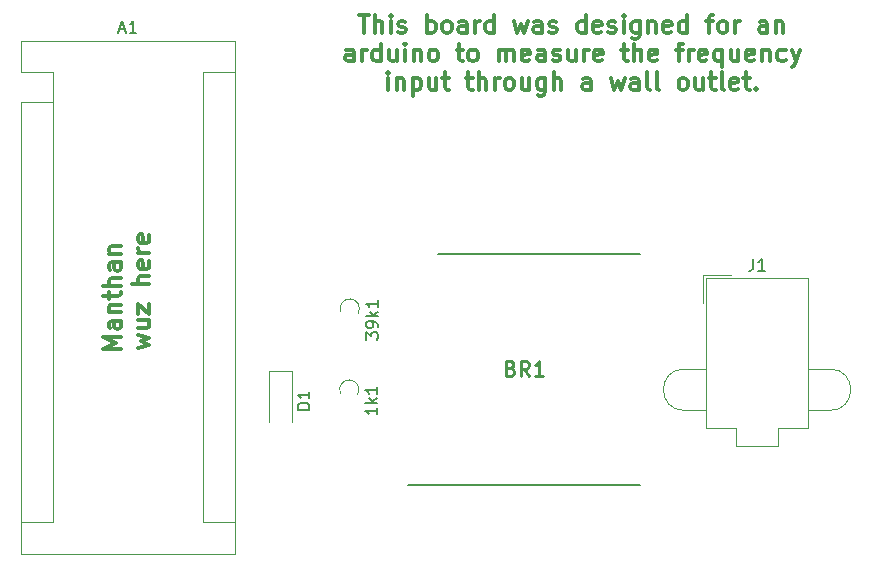
<source format=gbr>
%TF.GenerationSoftware,KiCad,Pcbnew,(6.0.0)*%
%TF.CreationDate,2022-07-31T16:11:20-05:00*%
%TF.ProjectId,FrequencySensor,46726571-7565-46e6-9379-53656e736f72,rev?*%
%TF.SameCoordinates,Original*%
%TF.FileFunction,Legend,Top*%
%TF.FilePolarity,Positive*%
%FSLAX46Y46*%
G04 Gerber Fmt 4.6, Leading zero omitted, Abs format (unit mm)*
G04 Created by KiCad (PCBNEW (6.0.0)) date 2022-07-31 16:11:20*
%MOMM*%
%LPD*%
G01*
G04 APERTURE LIST*
%ADD10C,0.300000*%
%ADD11C,0.150000*%
%ADD12C,0.254000*%
%ADD13C,0.120000*%
%ADD14C,0.200000*%
G04 APERTURE END LIST*
D10*
X133161071Y-89992857D02*
X131661071Y-89992857D01*
X132732500Y-89492857D01*
X131661071Y-88992857D01*
X133161071Y-88992857D01*
X133161071Y-87635714D02*
X132375357Y-87635714D01*
X132232500Y-87707142D01*
X132161071Y-87850000D01*
X132161071Y-88135714D01*
X132232500Y-88278571D01*
X133089642Y-87635714D02*
X133161071Y-87778571D01*
X133161071Y-88135714D01*
X133089642Y-88278571D01*
X132946785Y-88350000D01*
X132803928Y-88350000D01*
X132661071Y-88278571D01*
X132589642Y-88135714D01*
X132589642Y-87778571D01*
X132518214Y-87635714D01*
X132161071Y-86921428D02*
X133161071Y-86921428D01*
X132303928Y-86921428D02*
X132232500Y-86850000D01*
X132161071Y-86707142D01*
X132161071Y-86492857D01*
X132232500Y-86350000D01*
X132375357Y-86278571D01*
X133161071Y-86278571D01*
X132161071Y-85778571D02*
X132161071Y-85207142D01*
X131661071Y-85564285D02*
X132946785Y-85564285D01*
X133089642Y-85492857D01*
X133161071Y-85350000D01*
X133161071Y-85207142D01*
X133161071Y-84707142D02*
X131661071Y-84707142D01*
X133161071Y-84064285D02*
X132375357Y-84064285D01*
X132232500Y-84135714D01*
X132161071Y-84278571D01*
X132161071Y-84492857D01*
X132232500Y-84635714D01*
X132303928Y-84707142D01*
X133161071Y-82707142D02*
X132375357Y-82707142D01*
X132232500Y-82778571D01*
X132161071Y-82921428D01*
X132161071Y-83207142D01*
X132232500Y-83350000D01*
X133089642Y-82707142D02*
X133161071Y-82850000D01*
X133161071Y-83207142D01*
X133089642Y-83350000D01*
X132946785Y-83421428D01*
X132803928Y-83421428D01*
X132661071Y-83350000D01*
X132589642Y-83207142D01*
X132589642Y-82850000D01*
X132518214Y-82707142D01*
X132161071Y-81992857D02*
X133161071Y-81992857D01*
X132303928Y-81992857D02*
X132232500Y-81921428D01*
X132161071Y-81778571D01*
X132161071Y-81564285D01*
X132232500Y-81421428D01*
X132375357Y-81350000D01*
X133161071Y-81350000D01*
X134576071Y-89957142D02*
X135576071Y-89671428D01*
X134861785Y-89385714D01*
X135576071Y-89100000D01*
X134576071Y-88814285D01*
X134576071Y-87600000D02*
X135576071Y-87600000D01*
X134576071Y-88242857D02*
X135361785Y-88242857D01*
X135504642Y-88171428D01*
X135576071Y-88028571D01*
X135576071Y-87814285D01*
X135504642Y-87671428D01*
X135433214Y-87600000D01*
X134576071Y-87028571D02*
X134576071Y-86242857D01*
X135576071Y-87028571D01*
X135576071Y-86242857D01*
X135576071Y-84528571D02*
X134076071Y-84528571D01*
X135576071Y-83885714D02*
X134790357Y-83885714D01*
X134647500Y-83957142D01*
X134576071Y-84100000D01*
X134576071Y-84314285D01*
X134647500Y-84457142D01*
X134718928Y-84528571D01*
X135504642Y-82600000D02*
X135576071Y-82742857D01*
X135576071Y-83028571D01*
X135504642Y-83171428D01*
X135361785Y-83242857D01*
X134790357Y-83242857D01*
X134647500Y-83171428D01*
X134576071Y-83028571D01*
X134576071Y-82742857D01*
X134647500Y-82600000D01*
X134790357Y-82528571D01*
X134933214Y-82528571D01*
X135076071Y-83242857D01*
X135576071Y-81885714D02*
X134576071Y-81885714D01*
X134861785Y-81885714D02*
X134718928Y-81814285D01*
X134647500Y-81742857D01*
X134576071Y-81600000D01*
X134576071Y-81457142D01*
X135504642Y-80385714D02*
X135576071Y-80528571D01*
X135576071Y-80814285D01*
X135504642Y-80957142D01*
X135361785Y-81028571D01*
X134790357Y-81028571D01*
X134647500Y-80957142D01*
X134576071Y-80814285D01*
X134576071Y-80528571D01*
X134647500Y-80385714D01*
X134790357Y-80314285D01*
X134933214Y-80314285D01*
X135076071Y-81028571D01*
X153297142Y-61763571D02*
X154154285Y-61763571D01*
X153725714Y-63263571D02*
X153725714Y-61763571D01*
X154654285Y-63263571D02*
X154654285Y-61763571D01*
X155297142Y-63263571D02*
X155297142Y-62477857D01*
X155225714Y-62335000D01*
X155082857Y-62263571D01*
X154868571Y-62263571D01*
X154725714Y-62335000D01*
X154654285Y-62406428D01*
X156011428Y-63263571D02*
X156011428Y-62263571D01*
X156011428Y-61763571D02*
X155940000Y-61835000D01*
X156011428Y-61906428D01*
X156082857Y-61835000D01*
X156011428Y-61763571D01*
X156011428Y-61906428D01*
X156654285Y-63192142D02*
X156797142Y-63263571D01*
X157082857Y-63263571D01*
X157225714Y-63192142D01*
X157297142Y-63049285D01*
X157297142Y-62977857D01*
X157225714Y-62835000D01*
X157082857Y-62763571D01*
X156868571Y-62763571D01*
X156725714Y-62692142D01*
X156654285Y-62549285D01*
X156654285Y-62477857D01*
X156725714Y-62335000D01*
X156868571Y-62263571D01*
X157082857Y-62263571D01*
X157225714Y-62335000D01*
X159082857Y-63263571D02*
X159082857Y-61763571D01*
X159082857Y-62335000D02*
X159225714Y-62263571D01*
X159511428Y-62263571D01*
X159654285Y-62335000D01*
X159725714Y-62406428D01*
X159797142Y-62549285D01*
X159797142Y-62977857D01*
X159725714Y-63120714D01*
X159654285Y-63192142D01*
X159511428Y-63263571D01*
X159225714Y-63263571D01*
X159082857Y-63192142D01*
X160654285Y-63263571D02*
X160511428Y-63192142D01*
X160440000Y-63120714D01*
X160368571Y-62977857D01*
X160368571Y-62549285D01*
X160440000Y-62406428D01*
X160511428Y-62335000D01*
X160654285Y-62263571D01*
X160868571Y-62263571D01*
X161011428Y-62335000D01*
X161082857Y-62406428D01*
X161154285Y-62549285D01*
X161154285Y-62977857D01*
X161082857Y-63120714D01*
X161011428Y-63192142D01*
X160868571Y-63263571D01*
X160654285Y-63263571D01*
X162440000Y-63263571D02*
X162440000Y-62477857D01*
X162368571Y-62335000D01*
X162225714Y-62263571D01*
X161940000Y-62263571D01*
X161797142Y-62335000D01*
X162440000Y-63192142D02*
X162297142Y-63263571D01*
X161940000Y-63263571D01*
X161797142Y-63192142D01*
X161725714Y-63049285D01*
X161725714Y-62906428D01*
X161797142Y-62763571D01*
X161940000Y-62692142D01*
X162297142Y-62692142D01*
X162440000Y-62620714D01*
X163154285Y-63263571D02*
X163154285Y-62263571D01*
X163154285Y-62549285D02*
X163225714Y-62406428D01*
X163297142Y-62335000D01*
X163440000Y-62263571D01*
X163582857Y-62263571D01*
X164725714Y-63263571D02*
X164725714Y-61763571D01*
X164725714Y-63192142D02*
X164582857Y-63263571D01*
X164297142Y-63263571D01*
X164154285Y-63192142D01*
X164082857Y-63120714D01*
X164011428Y-62977857D01*
X164011428Y-62549285D01*
X164082857Y-62406428D01*
X164154285Y-62335000D01*
X164297142Y-62263571D01*
X164582857Y-62263571D01*
X164725714Y-62335000D01*
X166440000Y-62263571D02*
X166725714Y-63263571D01*
X167011428Y-62549285D01*
X167297142Y-63263571D01*
X167582857Y-62263571D01*
X168797142Y-63263571D02*
X168797142Y-62477857D01*
X168725714Y-62335000D01*
X168582857Y-62263571D01*
X168297142Y-62263571D01*
X168154285Y-62335000D01*
X168797142Y-63192142D02*
X168654285Y-63263571D01*
X168297142Y-63263571D01*
X168154285Y-63192142D01*
X168082857Y-63049285D01*
X168082857Y-62906428D01*
X168154285Y-62763571D01*
X168297142Y-62692142D01*
X168654285Y-62692142D01*
X168797142Y-62620714D01*
X169440000Y-63192142D02*
X169582857Y-63263571D01*
X169868571Y-63263571D01*
X170011428Y-63192142D01*
X170082857Y-63049285D01*
X170082857Y-62977857D01*
X170011428Y-62835000D01*
X169868571Y-62763571D01*
X169654285Y-62763571D01*
X169511428Y-62692142D01*
X169440000Y-62549285D01*
X169440000Y-62477857D01*
X169511428Y-62335000D01*
X169654285Y-62263571D01*
X169868571Y-62263571D01*
X170011428Y-62335000D01*
X172511428Y-63263571D02*
X172511428Y-61763571D01*
X172511428Y-63192142D02*
X172368571Y-63263571D01*
X172082857Y-63263571D01*
X171940000Y-63192142D01*
X171868571Y-63120714D01*
X171797142Y-62977857D01*
X171797142Y-62549285D01*
X171868571Y-62406428D01*
X171940000Y-62335000D01*
X172082857Y-62263571D01*
X172368571Y-62263571D01*
X172511428Y-62335000D01*
X173797142Y-63192142D02*
X173654285Y-63263571D01*
X173368571Y-63263571D01*
X173225714Y-63192142D01*
X173154285Y-63049285D01*
X173154285Y-62477857D01*
X173225714Y-62335000D01*
X173368571Y-62263571D01*
X173654285Y-62263571D01*
X173797142Y-62335000D01*
X173868571Y-62477857D01*
X173868571Y-62620714D01*
X173154285Y-62763571D01*
X174440000Y-63192142D02*
X174582857Y-63263571D01*
X174868571Y-63263571D01*
X175011428Y-63192142D01*
X175082857Y-63049285D01*
X175082857Y-62977857D01*
X175011428Y-62835000D01*
X174868571Y-62763571D01*
X174654285Y-62763571D01*
X174511428Y-62692142D01*
X174440000Y-62549285D01*
X174440000Y-62477857D01*
X174511428Y-62335000D01*
X174654285Y-62263571D01*
X174868571Y-62263571D01*
X175011428Y-62335000D01*
X175725714Y-63263571D02*
X175725714Y-62263571D01*
X175725714Y-61763571D02*
X175654285Y-61835000D01*
X175725714Y-61906428D01*
X175797142Y-61835000D01*
X175725714Y-61763571D01*
X175725714Y-61906428D01*
X177082857Y-62263571D02*
X177082857Y-63477857D01*
X177011428Y-63620714D01*
X176940000Y-63692142D01*
X176797142Y-63763571D01*
X176582857Y-63763571D01*
X176440000Y-63692142D01*
X177082857Y-63192142D02*
X176940000Y-63263571D01*
X176654285Y-63263571D01*
X176511428Y-63192142D01*
X176440000Y-63120714D01*
X176368571Y-62977857D01*
X176368571Y-62549285D01*
X176440000Y-62406428D01*
X176511428Y-62335000D01*
X176654285Y-62263571D01*
X176940000Y-62263571D01*
X177082857Y-62335000D01*
X177797142Y-62263571D02*
X177797142Y-63263571D01*
X177797142Y-62406428D02*
X177868571Y-62335000D01*
X178011428Y-62263571D01*
X178225714Y-62263571D01*
X178368571Y-62335000D01*
X178440000Y-62477857D01*
X178440000Y-63263571D01*
X179725714Y-63192142D02*
X179582857Y-63263571D01*
X179297142Y-63263571D01*
X179154285Y-63192142D01*
X179082857Y-63049285D01*
X179082857Y-62477857D01*
X179154285Y-62335000D01*
X179297142Y-62263571D01*
X179582857Y-62263571D01*
X179725714Y-62335000D01*
X179797142Y-62477857D01*
X179797142Y-62620714D01*
X179082857Y-62763571D01*
X181082857Y-63263571D02*
X181082857Y-61763571D01*
X181082857Y-63192142D02*
X180940000Y-63263571D01*
X180654285Y-63263571D01*
X180511428Y-63192142D01*
X180440000Y-63120714D01*
X180368571Y-62977857D01*
X180368571Y-62549285D01*
X180440000Y-62406428D01*
X180511428Y-62335000D01*
X180654285Y-62263571D01*
X180940000Y-62263571D01*
X181082857Y-62335000D01*
X182725714Y-62263571D02*
X183297142Y-62263571D01*
X182940000Y-63263571D02*
X182940000Y-61977857D01*
X183011428Y-61835000D01*
X183154285Y-61763571D01*
X183297142Y-61763571D01*
X184011428Y-63263571D02*
X183868571Y-63192142D01*
X183797142Y-63120714D01*
X183725714Y-62977857D01*
X183725714Y-62549285D01*
X183797142Y-62406428D01*
X183868571Y-62335000D01*
X184011428Y-62263571D01*
X184225714Y-62263571D01*
X184368571Y-62335000D01*
X184440000Y-62406428D01*
X184511428Y-62549285D01*
X184511428Y-62977857D01*
X184440000Y-63120714D01*
X184368571Y-63192142D01*
X184225714Y-63263571D01*
X184011428Y-63263571D01*
X185154285Y-63263571D02*
X185154285Y-62263571D01*
X185154285Y-62549285D02*
X185225714Y-62406428D01*
X185297142Y-62335000D01*
X185440000Y-62263571D01*
X185582857Y-62263571D01*
X187868571Y-63263571D02*
X187868571Y-62477857D01*
X187797142Y-62335000D01*
X187654285Y-62263571D01*
X187368571Y-62263571D01*
X187225714Y-62335000D01*
X187868571Y-63192142D02*
X187725714Y-63263571D01*
X187368571Y-63263571D01*
X187225714Y-63192142D01*
X187154285Y-63049285D01*
X187154285Y-62906428D01*
X187225714Y-62763571D01*
X187368571Y-62692142D01*
X187725714Y-62692142D01*
X187868571Y-62620714D01*
X188582857Y-62263571D02*
X188582857Y-63263571D01*
X188582857Y-62406428D02*
X188654285Y-62335000D01*
X188797142Y-62263571D01*
X189011428Y-62263571D01*
X189154285Y-62335000D01*
X189225714Y-62477857D01*
X189225714Y-63263571D01*
X152868571Y-65678571D02*
X152868571Y-64892857D01*
X152797142Y-64750000D01*
X152654285Y-64678571D01*
X152368571Y-64678571D01*
X152225714Y-64750000D01*
X152868571Y-65607142D02*
X152725714Y-65678571D01*
X152368571Y-65678571D01*
X152225714Y-65607142D01*
X152154285Y-65464285D01*
X152154285Y-65321428D01*
X152225714Y-65178571D01*
X152368571Y-65107142D01*
X152725714Y-65107142D01*
X152868571Y-65035714D01*
X153582857Y-65678571D02*
X153582857Y-64678571D01*
X153582857Y-64964285D02*
X153654285Y-64821428D01*
X153725714Y-64750000D01*
X153868571Y-64678571D01*
X154011428Y-64678571D01*
X155154285Y-65678571D02*
X155154285Y-64178571D01*
X155154285Y-65607142D02*
X155011428Y-65678571D01*
X154725714Y-65678571D01*
X154582857Y-65607142D01*
X154511428Y-65535714D01*
X154440000Y-65392857D01*
X154440000Y-64964285D01*
X154511428Y-64821428D01*
X154582857Y-64750000D01*
X154725714Y-64678571D01*
X155011428Y-64678571D01*
X155154285Y-64750000D01*
X156511428Y-64678571D02*
X156511428Y-65678571D01*
X155868571Y-64678571D02*
X155868571Y-65464285D01*
X155940000Y-65607142D01*
X156082857Y-65678571D01*
X156297142Y-65678571D01*
X156440000Y-65607142D01*
X156511428Y-65535714D01*
X157225714Y-65678571D02*
X157225714Y-64678571D01*
X157225714Y-64178571D02*
X157154285Y-64250000D01*
X157225714Y-64321428D01*
X157297142Y-64250000D01*
X157225714Y-64178571D01*
X157225714Y-64321428D01*
X157940000Y-64678571D02*
X157940000Y-65678571D01*
X157940000Y-64821428D02*
X158011428Y-64750000D01*
X158154285Y-64678571D01*
X158368571Y-64678571D01*
X158511428Y-64750000D01*
X158582857Y-64892857D01*
X158582857Y-65678571D01*
X159511428Y-65678571D02*
X159368571Y-65607142D01*
X159297142Y-65535714D01*
X159225714Y-65392857D01*
X159225714Y-64964285D01*
X159297142Y-64821428D01*
X159368571Y-64750000D01*
X159511428Y-64678571D01*
X159725714Y-64678571D01*
X159868571Y-64750000D01*
X159940000Y-64821428D01*
X160011428Y-64964285D01*
X160011428Y-65392857D01*
X159940000Y-65535714D01*
X159868571Y-65607142D01*
X159725714Y-65678571D01*
X159511428Y-65678571D01*
X161582857Y-64678571D02*
X162154285Y-64678571D01*
X161797142Y-64178571D02*
X161797142Y-65464285D01*
X161868571Y-65607142D01*
X162011428Y-65678571D01*
X162154285Y-65678571D01*
X162868571Y-65678571D02*
X162725714Y-65607142D01*
X162654285Y-65535714D01*
X162582857Y-65392857D01*
X162582857Y-64964285D01*
X162654285Y-64821428D01*
X162725714Y-64750000D01*
X162868571Y-64678571D01*
X163082857Y-64678571D01*
X163225714Y-64750000D01*
X163297142Y-64821428D01*
X163368571Y-64964285D01*
X163368571Y-65392857D01*
X163297142Y-65535714D01*
X163225714Y-65607142D01*
X163082857Y-65678571D01*
X162868571Y-65678571D01*
X165154285Y-65678571D02*
X165154285Y-64678571D01*
X165154285Y-64821428D02*
X165225714Y-64750000D01*
X165368571Y-64678571D01*
X165582857Y-64678571D01*
X165725714Y-64750000D01*
X165797142Y-64892857D01*
X165797142Y-65678571D01*
X165797142Y-64892857D02*
X165868571Y-64750000D01*
X166011428Y-64678571D01*
X166225714Y-64678571D01*
X166368571Y-64750000D01*
X166440000Y-64892857D01*
X166440000Y-65678571D01*
X167725714Y-65607142D02*
X167582857Y-65678571D01*
X167297142Y-65678571D01*
X167154285Y-65607142D01*
X167082857Y-65464285D01*
X167082857Y-64892857D01*
X167154285Y-64750000D01*
X167297142Y-64678571D01*
X167582857Y-64678571D01*
X167725714Y-64750000D01*
X167797142Y-64892857D01*
X167797142Y-65035714D01*
X167082857Y-65178571D01*
X169082857Y-65678571D02*
X169082857Y-64892857D01*
X169011428Y-64750000D01*
X168868571Y-64678571D01*
X168582857Y-64678571D01*
X168440000Y-64750000D01*
X169082857Y-65607142D02*
X168940000Y-65678571D01*
X168582857Y-65678571D01*
X168440000Y-65607142D01*
X168368571Y-65464285D01*
X168368571Y-65321428D01*
X168440000Y-65178571D01*
X168582857Y-65107142D01*
X168940000Y-65107142D01*
X169082857Y-65035714D01*
X169725714Y-65607142D02*
X169868571Y-65678571D01*
X170154285Y-65678571D01*
X170297142Y-65607142D01*
X170368571Y-65464285D01*
X170368571Y-65392857D01*
X170297142Y-65250000D01*
X170154285Y-65178571D01*
X169940000Y-65178571D01*
X169797142Y-65107142D01*
X169725714Y-64964285D01*
X169725714Y-64892857D01*
X169797142Y-64750000D01*
X169940000Y-64678571D01*
X170154285Y-64678571D01*
X170297142Y-64750000D01*
X171654285Y-64678571D02*
X171654285Y-65678571D01*
X171011428Y-64678571D02*
X171011428Y-65464285D01*
X171082857Y-65607142D01*
X171225714Y-65678571D01*
X171440000Y-65678571D01*
X171582857Y-65607142D01*
X171654285Y-65535714D01*
X172368571Y-65678571D02*
X172368571Y-64678571D01*
X172368571Y-64964285D02*
X172440000Y-64821428D01*
X172511428Y-64750000D01*
X172654285Y-64678571D01*
X172797142Y-64678571D01*
X173868571Y-65607142D02*
X173725714Y-65678571D01*
X173440000Y-65678571D01*
X173297142Y-65607142D01*
X173225714Y-65464285D01*
X173225714Y-64892857D01*
X173297142Y-64750000D01*
X173440000Y-64678571D01*
X173725714Y-64678571D01*
X173868571Y-64750000D01*
X173940000Y-64892857D01*
X173940000Y-65035714D01*
X173225714Y-65178571D01*
X175511428Y-64678571D02*
X176082857Y-64678571D01*
X175725714Y-64178571D02*
X175725714Y-65464285D01*
X175797142Y-65607142D01*
X175940000Y-65678571D01*
X176082857Y-65678571D01*
X176582857Y-65678571D02*
X176582857Y-64178571D01*
X177225714Y-65678571D02*
X177225714Y-64892857D01*
X177154285Y-64750000D01*
X177011428Y-64678571D01*
X176797142Y-64678571D01*
X176654285Y-64750000D01*
X176582857Y-64821428D01*
X178511428Y-65607142D02*
X178368571Y-65678571D01*
X178082857Y-65678571D01*
X177940000Y-65607142D01*
X177868571Y-65464285D01*
X177868571Y-64892857D01*
X177940000Y-64750000D01*
X178082857Y-64678571D01*
X178368571Y-64678571D01*
X178511428Y-64750000D01*
X178582857Y-64892857D01*
X178582857Y-65035714D01*
X177868571Y-65178571D01*
X180154285Y-64678571D02*
X180725714Y-64678571D01*
X180368571Y-65678571D02*
X180368571Y-64392857D01*
X180440000Y-64250000D01*
X180582857Y-64178571D01*
X180725714Y-64178571D01*
X181225714Y-65678571D02*
X181225714Y-64678571D01*
X181225714Y-64964285D02*
X181297142Y-64821428D01*
X181368571Y-64750000D01*
X181511428Y-64678571D01*
X181654285Y-64678571D01*
X182725714Y-65607142D02*
X182582857Y-65678571D01*
X182297142Y-65678571D01*
X182154285Y-65607142D01*
X182082857Y-65464285D01*
X182082857Y-64892857D01*
X182154285Y-64750000D01*
X182297142Y-64678571D01*
X182582857Y-64678571D01*
X182725714Y-64750000D01*
X182797142Y-64892857D01*
X182797142Y-65035714D01*
X182082857Y-65178571D01*
X184082857Y-64678571D02*
X184082857Y-66178571D01*
X184082857Y-65607142D02*
X183940000Y-65678571D01*
X183654285Y-65678571D01*
X183511428Y-65607142D01*
X183440000Y-65535714D01*
X183368571Y-65392857D01*
X183368571Y-64964285D01*
X183440000Y-64821428D01*
X183511428Y-64750000D01*
X183654285Y-64678571D01*
X183940000Y-64678571D01*
X184082857Y-64750000D01*
X185440000Y-64678571D02*
X185440000Y-65678571D01*
X184797142Y-64678571D02*
X184797142Y-65464285D01*
X184868571Y-65607142D01*
X185011428Y-65678571D01*
X185225714Y-65678571D01*
X185368571Y-65607142D01*
X185440000Y-65535714D01*
X186725714Y-65607142D02*
X186582857Y-65678571D01*
X186297142Y-65678571D01*
X186154285Y-65607142D01*
X186082857Y-65464285D01*
X186082857Y-64892857D01*
X186154285Y-64750000D01*
X186297142Y-64678571D01*
X186582857Y-64678571D01*
X186725714Y-64750000D01*
X186797142Y-64892857D01*
X186797142Y-65035714D01*
X186082857Y-65178571D01*
X187440000Y-64678571D02*
X187440000Y-65678571D01*
X187440000Y-64821428D02*
X187511428Y-64750000D01*
X187654285Y-64678571D01*
X187868571Y-64678571D01*
X188011428Y-64750000D01*
X188082857Y-64892857D01*
X188082857Y-65678571D01*
X189440000Y-65607142D02*
X189297142Y-65678571D01*
X189011428Y-65678571D01*
X188868571Y-65607142D01*
X188797142Y-65535714D01*
X188725714Y-65392857D01*
X188725714Y-64964285D01*
X188797142Y-64821428D01*
X188868571Y-64750000D01*
X189011428Y-64678571D01*
X189297142Y-64678571D01*
X189440000Y-64750000D01*
X189940000Y-64678571D02*
X190297142Y-65678571D01*
X190654285Y-64678571D02*
X190297142Y-65678571D01*
X190154285Y-66035714D01*
X190082857Y-66107142D01*
X189940000Y-66178571D01*
X155797142Y-68093571D02*
X155797142Y-67093571D01*
X155797142Y-66593571D02*
X155725714Y-66665000D01*
X155797142Y-66736428D01*
X155868571Y-66665000D01*
X155797142Y-66593571D01*
X155797142Y-66736428D01*
X156511428Y-67093571D02*
X156511428Y-68093571D01*
X156511428Y-67236428D02*
X156582857Y-67165000D01*
X156725714Y-67093571D01*
X156940000Y-67093571D01*
X157082857Y-67165000D01*
X157154285Y-67307857D01*
X157154285Y-68093571D01*
X157868571Y-67093571D02*
X157868571Y-68593571D01*
X157868571Y-67165000D02*
X158011428Y-67093571D01*
X158297142Y-67093571D01*
X158440000Y-67165000D01*
X158511428Y-67236428D01*
X158582857Y-67379285D01*
X158582857Y-67807857D01*
X158511428Y-67950714D01*
X158440000Y-68022142D01*
X158297142Y-68093571D01*
X158011428Y-68093571D01*
X157868571Y-68022142D01*
X159868571Y-67093571D02*
X159868571Y-68093571D01*
X159225714Y-67093571D02*
X159225714Y-67879285D01*
X159297142Y-68022142D01*
X159440000Y-68093571D01*
X159654285Y-68093571D01*
X159797142Y-68022142D01*
X159868571Y-67950714D01*
X160368571Y-67093571D02*
X160940000Y-67093571D01*
X160582857Y-66593571D02*
X160582857Y-67879285D01*
X160654285Y-68022142D01*
X160797142Y-68093571D01*
X160940000Y-68093571D01*
X162368571Y-67093571D02*
X162940000Y-67093571D01*
X162582857Y-66593571D02*
X162582857Y-67879285D01*
X162654285Y-68022142D01*
X162797142Y-68093571D01*
X162940000Y-68093571D01*
X163440000Y-68093571D02*
X163440000Y-66593571D01*
X164082857Y-68093571D02*
X164082857Y-67307857D01*
X164011428Y-67165000D01*
X163868571Y-67093571D01*
X163654285Y-67093571D01*
X163511428Y-67165000D01*
X163440000Y-67236428D01*
X164797142Y-68093571D02*
X164797142Y-67093571D01*
X164797142Y-67379285D02*
X164868571Y-67236428D01*
X164940000Y-67165000D01*
X165082857Y-67093571D01*
X165225714Y-67093571D01*
X165940000Y-68093571D02*
X165797142Y-68022142D01*
X165725714Y-67950714D01*
X165654285Y-67807857D01*
X165654285Y-67379285D01*
X165725714Y-67236428D01*
X165797142Y-67165000D01*
X165940000Y-67093571D01*
X166154285Y-67093571D01*
X166297142Y-67165000D01*
X166368571Y-67236428D01*
X166440000Y-67379285D01*
X166440000Y-67807857D01*
X166368571Y-67950714D01*
X166297142Y-68022142D01*
X166154285Y-68093571D01*
X165940000Y-68093571D01*
X167725714Y-67093571D02*
X167725714Y-68093571D01*
X167082857Y-67093571D02*
X167082857Y-67879285D01*
X167154285Y-68022142D01*
X167297142Y-68093571D01*
X167511428Y-68093571D01*
X167654285Y-68022142D01*
X167725714Y-67950714D01*
X169082857Y-67093571D02*
X169082857Y-68307857D01*
X169011428Y-68450714D01*
X168940000Y-68522142D01*
X168797142Y-68593571D01*
X168582857Y-68593571D01*
X168440000Y-68522142D01*
X169082857Y-68022142D02*
X168940000Y-68093571D01*
X168654285Y-68093571D01*
X168511428Y-68022142D01*
X168440000Y-67950714D01*
X168368571Y-67807857D01*
X168368571Y-67379285D01*
X168440000Y-67236428D01*
X168511428Y-67165000D01*
X168654285Y-67093571D01*
X168940000Y-67093571D01*
X169082857Y-67165000D01*
X169797142Y-68093571D02*
X169797142Y-66593571D01*
X170440000Y-68093571D02*
X170440000Y-67307857D01*
X170368571Y-67165000D01*
X170225714Y-67093571D01*
X170011428Y-67093571D01*
X169868571Y-67165000D01*
X169797142Y-67236428D01*
X172940000Y-68093571D02*
X172940000Y-67307857D01*
X172868571Y-67165000D01*
X172725714Y-67093571D01*
X172440000Y-67093571D01*
X172297142Y-67165000D01*
X172940000Y-68022142D02*
X172797142Y-68093571D01*
X172440000Y-68093571D01*
X172297142Y-68022142D01*
X172225714Y-67879285D01*
X172225714Y-67736428D01*
X172297142Y-67593571D01*
X172440000Y-67522142D01*
X172797142Y-67522142D01*
X172940000Y-67450714D01*
X174654285Y-67093571D02*
X174940000Y-68093571D01*
X175225714Y-67379285D01*
X175511428Y-68093571D01*
X175797142Y-67093571D01*
X177011428Y-68093571D02*
X177011428Y-67307857D01*
X176940000Y-67165000D01*
X176797142Y-67093571D01*
X176511428Y-67093571D01*
X176368571Y-67165000D01*
X177011428Y-68022142D02*
X176868571Y-68093571D01*
X176511428Y-68093571D01*
X176368571Y-68022142D01*
X176297142Y-67879285D01*
X176297142Y-67736428D01*
X176368571Y-67593571D01*
X176511428Y-67522142D01*
X176868571Y-67522142D01*
X177011428Y-67450714D01*
X177940000Y-68093571D02*
X177797142Y-68022142D01*
X177725714Y-67879285D01*
X177725714Y-66593571D01*
X178725714Y-68093571D02*
X178582857Y-68022142D01*
X178511428Y-67879285D01*
X178511428Y-66593571D01*
X180654285Y-68093571D02*
X180511428Y-68022142D01*
X180440000Y-67950714D01*
X180368571Y-67807857D01*
X180368571Y-67379285D01*
X180440000Y-67236428D01*
X180511428Y-67165000D01*
X180654285Y-67093571D01*
X180868571Y-67093571D01*
X181011428Y-67165000D01*
X181082857Y-67236428D01*
X181154285Y-67379285D01*
X181154285Y-67807857D01*
X181082857Y-67950714D01*
X181011428Y-68022142D01*
X180868571Y-68093571D01*
X180654285Y-68093571D01*
X182440000Y-67093571D02*
X182440000Y-68093571D01*
X181797142Y-67093571D02*
X181797142Y-67879285D01*
X181868571Y-68022142D01*
X182011428Y-68093571D01*
X182225714Y-68093571D01*
X182368571Y-68022142D01*
X182440000Y-67950714D01*
X182940000Y-67093571D02*
X183511428Y-67093571D01*
X183154285Y-66593571D02*
X183154285Y-67879285D01*
X183225714Y-68022142D01*
X183368571Y-68093571D01*
X183511428Y-68093571D01*
X184225714Y-68093571D02*
X184082857Y-68022142D01*
X184011428Y-67879285D01*
X184011428Y-66593571D01*
X185368571Y-68022142D02*
X185225714Y-68093571D01*
X184940000Y-68093571D01*
X184797142Y-68022142D01*
X184725714Y-67879285D01*
X184725714Y-67307857D01*
X184797142Y-67165000D01*
X184940000Y-67093571D01*
X185225714Y-67093571D01*
X185368571Y-67165000D01*
X185440000Y-67307857D01*
X185440000Y-67450714D01*
X184725714Y-67593571D01*
X185868571Y-67093571D02*
X186440000Y-67093571D01*
X186082857Y-66593571D02*
X186082857Y-67879285D01*
X186154285Y-68022142D01*
X186297142Y-68093571D01*
X186440000Y-68093571D01*
X186940000Y-67950714D02*
X187011428Y-68022142D01*
X186940000Y-68093571D01*
X186868571Y-68022142D01*
X186940000Y-67950714D01*
X186940000Y-68093571D01*
D11*
%TO.C,J1*%
X186686666Y-82397380D02*
X186686666Y-83111666D01*
X186639047Y-83254523D01*
X186543809Y-83349761D01*
X186400952Y-83397380D01*
X186305714Y-83397380D01*
X187686666Y-83397380D02*
X187115238Y-83397380D01*
X187400952Y-83397380D02*
X187400952Y-82397380D01*
X187305714Y-82540238D01*
X187210476Y-82635476D01*
X187115238Y-82683095D01*
%TO.C,D1*%
X149122380Y-95168095D02*
X148122380Y-95168095D01*
X148122380Y-94930000D01*
X148170000Y-94787142D01*
X148265238Y-94691904D01*
X148360476Y-94644285D01*
X148550952Y-94596666D01*
X148693809Y-94596666D01*
X148884285Y-94644285D01*
X148979523Y-94691904D01*
X149074761Y-94787142D01*
X149122380Y-94930000D01*
X149122380Y-95168095D01*
X149122380Y-93644285D02*
X149122380Y-94215714D01*
X149122380Y-93930000D02*
X148122380Y-93930000D01*
X148265238Y-94025238D01*
X148360476Y-94120476D01*
X148408095Y-94215714D01*
D12*
%TO.C,BR1*%
X166150952Y-91659285D02*
X166332380Y-91719761D01*
X166392857Y-91780238D01*
X166453333Y-91901190D01*
X166453333Y-92082619D01*
X166392857Y-92203571D01*
X166332380Y-92264047D01*
X166211428Y-92324523D01*
X165727619Y-92324523D01*
X165727619Y-91054523D01*
X166150952Y-91054523D01*
X166271904Y-91115000D01*
X166332380Y-91175476D01*
X166392857Y-91296428D01*
X166392857Y-91417380D01*
X166332380Y-91538333D01*
X166271904Y-91598809D01*
X166150952Y-91659285D01*
X165727619Y-91659285D01*
X167723333Y-92324523D02*
X167300000Y-91719761D01*
X166997619Y-92324523D02*
X166997619Y-91054523D01*
X167481428Y-91054523D01*
X167602380Y-91115000D01*
X167662857Y-91175476D01*
X167723333Y-91296428D01*
X167723333Y-91477857D01*
X167662857Y-91598809D01*
X167602380Y-91659285D01*
X167481428Y-91719761D01*
X166997619Y-91719761D01*
X168932857Y-92324523D02*
X168207142Y-92324523D01*
X168570000Y-92324523D02*
X168570000Y-91054523D01*
X168449047Y-91235952D01*
X168328095Y-91356904D01*
X168207142Y-91417380D01*
D11*
%TO.C,1k1*%
X154862380Y-95000238D02*
X154862380Y-95571666D01*
X154862380Y-95285952D02*
X153862380Y-95285952D01*
X154005238Y-95381190D01*
X154100476Y-95476428D01*
X154148095Y-95571666D01*
X154862380Y-94571666D02*
X153862380Y-94571666D01*
X154481428Y-94476428D02*
X154862380Y-94190714D01*
X154195714Y-94190714D02*
X154576666Y-94571666D01*
X154862380Y-93238333D02*
X154862380Y-93809761D01*
X154862380Y-93524047D02*
X153862380Y-93524047D01*
X154005238Y-93619285D01*
X154100476Y-93714523D01*
X154148095Y-93809761D01*
%TO.C,39k1*%
X153912380Y-89245476D02*
X153912380Y-88626428D01*
X154293333Y-88959761D01*
X154293333Y-88816904D01*
X154340952Y-88721666D01*
X154388571Y-88674047D01*
X154483809Y-88626428D01*
X154721904Y-88626428D01*
X154817142Y-88674047D01*
X154864761Y-88721666D01*
X154912380Y-88816904D01*
X154912380Y-89102619D01*
X154864761Y-89197857D01*
X154817142Y-89245476D01*
X154912380Y-88150238D02*
X154912380Y-87959761D01*
X154864761Y-87864523D01*
X154817142Y-87816904D01*
X154674285Y-87721666D01*
X154483809Y-87674047D01*
X154102857Y-87674047D01*
X154007619Y-87721666D01*
X153960000Y-87769285D01*
X153912380Y-87864523D01*
X153912380Y-88055000D01*
X153960000Y-88150238D01*
X154007619Y-88197857D01*
X154102857Y-88245476D01*
X154340952Y-88245476D01*
X154436190Y-88197857D01*
X154483809Y-88150238D01*
X154531428Y-88055000D01*
X154531428Y-87864523D01*
X154483809Y-87769285D01*
X154436190Y-87721666D01*
X154340952Y-87674047D01*
X154912380Y-87245476D02*
X153912380Y-87245476D01*
X154531428Y-87150238D02*
X154912380Y-86864523D01*
X154245714Y-86864523D02*
X154626666Y-87245476D01*
X154912380Y-85912142D02*
X154912380Y-86483571D01*
X154912380Y-86197857D02*
X153912380Y-86197857D01*
X154055238Y-86293095D01*
X154150476Y-86388333D01*
X154198095Y-86483571D01*
%TO.C,A1*%
X133045714Y-62956666D02*
X133521904Y-62956666D01*
X132950476Y-63242380D02*
X133283809Y-62242380D01*
X133617142Y-63242380D01*
X134474285Y-63242380D02*
X133902857Y-63242380D01*
X134188571Y-63242380D02*
X134188571Y-62242380D01*
X134093333Y-62385238D01*
X133998095Y-62480476D01*
X133902857Y-62528095D01*
D13*
%TO.C,J1*%
X193190000Y-95240000D02*
X191305000Y-95240000D01*
X191305000Y-96735000D02*
X188830000Y-96735000D01*
X182435000Y-83735000D02*
X184845000Y-83735000D01*
X180850000Y-95240000D02*
X182735000Y-95240000D01*
X185210000Y-96735000D02*
X185210000Y-98285000D01*
X182735000Y-96735000D02*
X185210000Y-96735000D01*
X187020000Y-84035000D02*
X191305000Y-84035000D01*
X180850000Y-91720000D02*
X182735000Y-91720000D01*
X188830000Y-96735000D02*
X188830000Y-98285000D01*
X182735000Y-84035000D02*
X182735000Y-96735000D01*
X182435000Y-86145000D02*
X182435000Y-83735000D01*
X193190000Y-91720000D02*
X191305000Y-91720000D01*
X188830000Y-98285000D02*
X187020000Y-98285000D01*
X185210000Y-98285000D02*
X187020000Y-98285000D01*
X187020000Y-84035000D02*
X182735000Y-84035000D01*
X191305000Y-84035000D02*
X191305000Y-96735000D01*
X193190000Y-95240000D02*
G75*
G03*
X193190000Y-91720000I0J1760000D01*
G01*
X180850000Y-91720000D02*
G75*
G03*
X180850000Y-95240000I0J-1760000D01*
G01*
%TO.C,D1*%
X145670000Y-91880000D02*
X145670000Y-96180000D01*
X147670000Y-96180000D02*
X147670000Y-91880000D01*
X147670000Y-91880000D02*
X145670000Y-91880000D01*
D14*
%TO.C,BR1*%
X160000000Y-81950000D02*
X177100000Y-81950000D01*
X157500000Y-101550000D02*
X177100000Y-101550000D01*
D13*
%TO.C,1k1*%
X153190000Y-93872133D02*
G75*
G03*
X151740641Y-93775095I-700000J417133D01*
G01*
%TO.C,39k1*%
X153240000Y-87022133D02*
G75*
G03*
X151790641Y-86925095I-700000J417133D01*
G01*
%TO.C,A1*%
X124740000Y-107370000D02*
X142780000Y-107370000D01*
X127410000Y-66600000D02*
X124740000Y-66600000D01*
X140110000Y-66600000D02*
X142780000Y-66600000D01*
X142780000Y-107370000D02*
X142780000Y-63930000D01*
X124740000Y-63930000D02*
X124740000Y-66600000D01*
X127410000Y-69140000D02*
X127410000Y-104700000D01*
X140110000Y-66600000D02*
X140110000Y-104700000D01*
X127410000Y-69140000D02*
X124740000Y-69140000D01*
X127410000Y-69140000D02*
X127410000Y-66600000D01*
X142780000Y-63930000D02*
X124740000Y-63930000D01*
X140110000Y-104700000D02*
X142780000Y-104700000D01*
X127410000Y-104700000D02*
X124740000Y-104700000D01*
X124740000Y-69140000D02*
X124740000Y-107370000D01*
%TD*%
M02*

</source>
